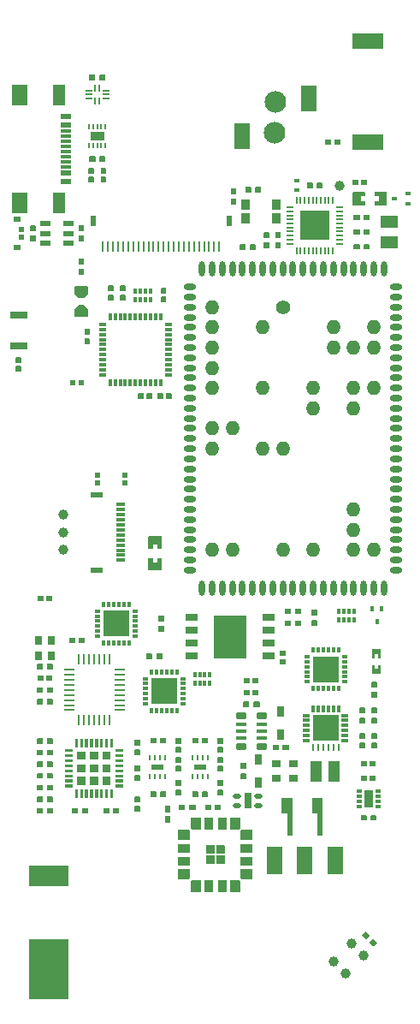
<source format=gtp>
G04 Layer: TopPasteMaskLayer*
G04 EasyEDA v6.5.21, 2022-10-22 15:56:40*
G04 9ab0f769691e454ba0e7696980ab9178,294cf934c43b457281b0b0dcd80bbfec,10*
G04 Gerber Generator version 0.2*
G04 Scale: 100 percent, Rotated: No, Reflected: No *
G04 Dimensions in millimeters *
G04 leading zeros omitted , absolute positions ,4 integer and 5 decimal *
%FSLAX45Y45*%
%MOMM*%

%AMMACRO1*21,1,$1,$2,0,0,$3*%
%AMMACRO2*4,1,5,0.61,0.475,0.61,-0.475,-0.46,-0.475,-0.61,-0.325,-0.61,0.475,0.61,0.475,0*%
%AMMACRO3*4,1,5,0.61,0.475,0.61,-0.475,-0.61,-0.475,-0.61,0.325,-0.46,0.475,0.61,0.475,0*%
%AMMACRO4*4,1,5,0.3,0.45,0.45,0.3,0.45,-0.45,-0.45,-0.45,-0.45,0.45,0.3,0.45,0*%
%AMMACRO5*4,1,5,-0.475,0.61,0.475,0.61,0.475,-0.46,0.325,-0.61,-0.475,-0.61,-0.475,0.61,0*%
%AMMACRO6*4,1,5,-0.475,0.61,0.475,0.61,0.475,-0.61,-0.3251,-0.61,-0.475,-0.46,-0.475,0.61,0*%
%AMMACRO7*4,1,5,0.475,-0.61,-0.475,-0.61,-0.475,0.46,-0.325,0.61,0.475,0.61,0.475,-0.61,0*%
%AMMACRO8*4,1,5,-0.61,-0.475,-0.61,0.475,0.46,0.475,0.61,0.325,0.61,-0.475,-0.61,-0.475,0*%
%AMMACRO9*4,1,5,0.475,-0.61,-0.475,-0.61,-0.475,0.61,0.325,0.61,0.475,0.46,0.475,-0.61,0*%
%AMMACRO10*4,1,5,-0.61,-0.475,-0.61,0.475,0.61,0.475,0.61,-0.325,0.46,-0.475,-0.61,-0.475,0*%
%AMMACRO11*4,1,8,-0.4,-0.35,-0.5,-0.25,-0.5,0.25,-0.4,0.35,0.4,0.35,0.5,0.25,0.5,-0.25,0.4,-0.35,-0.4,-0.35,0*%
%AMMACRO12*4,1,8,0.5,-0.1,0.4,-0.2,-0.4,-0.2,-0.5,-0.1,-0.5,0.1,-0.4,0.2,0.4,0.2,0.5,0.1,0.5,-0.1,0*%
%ADD10R,4.0000X2.0000*%
%ADD11R,4.0000X6.0000*%
%ADD12MACRO1,1.4986X3.0023X90.0000*%
%ADD13MACRO1,0.505X0.224X90.0000*%
%ADD14R,0.2240X0.5050*%
%ADD15MACRO1,0.9X1.4X90.0000*%
%ADD16C,1.0000*%
%ADD17R,3.0000X3.0000*%
%ADD18R,0.6350X0.1778*%
%ADD19R,0.1778X0.6350*%
%ADD20R,0.5500X0.4000*%
%ADD21R,1.8000X1.2000*%
%ADD22MACRO1,0.8X1X0.0000*%
%ADD23O,1.1999976X0.5999988*%
%ADD24O,0.5999988X1.499997*%
%ADD25O,1.3899896X1.3899896*%
%ADD26C,1.3900*%
%ADD27R,1.0720X0.5320*%
%ADD28R,0.9000X0.3000*%
%ADD29R,1.2000X0.6000*%
%ADD30MACRO1,0.505X0.3X-90.0000*%
%ADD31MACRO1,0.505X0.3X90.0000*%
%ADD32R,1.6600X0.8000*%
%ADD33R,2.5000X2.5000*%
%ADD34R,0.6000X0.3000*%
%ADD35R,0.3000X0.6000*%
%ADD36R,0.2500X1.0000*%
%ADD37R,0.6000X1.0000*%
%ADD38R,0.5100X0.4000*%
%ADD39R,0.4000X0.5100*%
%ADD40R,0.5500X0.5500*%
%ADD41R,0.9500X1.2200*%
%ADD42R,1.2200X0.9500*%
%ADD43MACRO2*%
%ADD44MACRO3*%
%ADD45MACRO4*%
%ADD46R,0.9000X0.9000*%
%ADD47MACRO5*%
%ADD48MACRO6*%
%ADD49MACRO7*%
%ADD50MACRO8*%
%ADD51MACRO9*%
%ADD52MACRO10*%
%ADD53R,1.2700X0.8000*%
%ADD54R,3.3000X4.2000*%
%ADD55R,0.5000X0.5000*%
%ADD56R,0.8000X0.5500*%
%ADD57R,1.0000X1.5000*%
%ADD58R,1.5240X2.7940*%
%ADD59R,0.5000X3.8000*%
%ADD60R,1.2000X2.0000*%
%ADD61R,1.5000X2.0000*%
%ADD62R,1.1000X0.6000*%
%ADD63R,1.1000X0.3000*%
%ADD64R,0.7500X1.0000*%
%ADD65MACRO11*%
%ADD66MACRO12*%
%ADD67R,0.8000X0.9000*%
%ADD68R,1.0000X0.2250*%
%ADD69R,0.2250X1.0000*%
%ADD70R,0.2800X0.5500*%
%ADD71O,0.8299958000000001X0.4899914*%
%ADD72MACRO1,0.7X1.6X0.0000*%
%ADD73R,0.7000X0.2000*%
%ADD74R,0.2000X0.7000*%
%ADD75R,0.8000X0.3000*%
%ADD76R,0.3000X0.8000*%
%ADD77R,0.9000X0.8000*%
%ADD78MACRO1,1.1011X2X0.0000*%
%ADD79MACRO1,0.665X0.28X-90.0000*%
%ADD80MACRO1,0.28X0.665X-90.0000*%
%ADD81R,0.2800X0.6650*%
%ADD82R,2.6000X2.6000*%
%ADD83MACRO1,0.505X0.28X0.0000*%
%ADD84MACRO1,0.9X1.65X0.0000*%
%ADD85R,1.6256X2.6416*%
%ADD86C,2.1336*%
%ADD87C,0.0143*%

%LPD*%
G36*
X-2204974Y5367477D02*
G01*
X-2211984Y5362498D01*
X-2211984Y5317490D01*
X-2204974Y5312511D01*
X-2156968Y5312511D01*
X-2151989Y5317490D01*
X-2151989Y5362498D01*
X-2156968Y5367477D01*
G37*
G36*
X-2302967Y5367477D02*
G01*
X-2307996Y5362498D01*
X-2307996Y5317490D01*
X-2302967Y5312511D01*
X-2255012Y5312511D01*
X-2248001Y5317490D01*
X-2248001Y5362498D01*
X-2255012Y5367477D01*
G37*
G36*
X127508Y5532475D02*
G01*
X120497Y5527497D01*
X120497Y5482488D01*
X127508Y5477510D01*
X175514Y5477510D01*
X180492Y5482488D01*
X180492Y5527497D01*
X175514Y5532475D01*
G37*
G36*
X29514Y5532475D02*
G01*
X24485Y5527497D01*
X24485Y5482488D01*
X29514Y5477510D01*
X77520Y5477510D01*
X84480Y5482488D01*
X84480Y5527497D01*
X77520Y5532475D01*
G37*
G36*
X-52476Y5102504D02*
G01*
X-59486Y5097475D01*
X-59486Y5052466D01*
X-52476Y5047488D01*
X-4521Y5047488D01*
X508Y5052466D01*
X508Y5097475D01*
X-4521Y5102504D01*
G37*
G36*
X-150520Y5102504D02*
G01*
X-155498Y5097475D01*
X-155498Y5052466D01*
X-150520Y5047488D01*
X-102514Y5047488D01*
X-95504Y5052466D01*
X-95504Y5097475D01*
X-102514Y5102504D01*
G37*
G36*
X-659993Y5062474D02*
G01*
X-667004Y5057495D01*
X-667004Y5012486D01*
X-659993Y5007508D01*
X-611987Y5007508D01*
X-607009Y5012486D01*
X-607009Y5057495D01*
X-611987Y5062474D01*
G37*
G36*
X-757986Y5062474D02*
G01*
X-763016Y5057495D01*
X-763016Y5012486D01*
X-757986Y5007508D01*
X-709980Y5007508D01*
X-703021Y5012486D01*
X-703021Y5057495D01*
X-709980Y5062474D01*
G37*
G36*
X313232Y4642510D02*
G01*
X308254Y4637481D01*
X308254Y4592472D01*
X313232Y4587494D01*
X361238Y4587494D01*
X368249Y4592472D01*
X368249Y4637481D01*
X361238Y4642510D01*
G37*
G36*
X411226Y4642510D02*
G01*
X404266Y4637481D01*
X404266Y4592472D01*
X411226Y4587494D01*
X459232Y4587494D01*
X464261Y4592472D01*
X464261Y4637481D01*
X459232Y4642510D01*
G37*
G36*
X-813003Y4494987D02*
G01*
X-817981Y4490008D01*
X-817981Y4445000D01*
X-813003Y4439970D01*
X-764997Y4439970D01*
X-757986Y4445000D01*
X-757986Y4490008D01*
X-764997Y4494987D01*
G37*
G36*
X-715010Y4494987D02*
G01*
X-722020Y4490008D01*
X-722020Y4445000D01*
X-715010Y4439970D01*
X-667004Y4439970D01*
X-661974Y4445000D01*
X-661974Y4490008D01*
X-667004Y4494987D01*
G37*
G36*
X-577494Y4612995D02*
G01*
X-582472Y4608017D01*
X-582472Y4560011D01*
X-577494Y4553000D01*
X-532485Y4553000D01*
X-527507Y4560011D01*
X-527507Y4608017D01*
X-532485Y4612995D01*
G37*
G36*
X-577494Y4516983D02*
G01*
X-582472Y4509973D01*
X-582472Y4462018D01*
X-577494Y4456988D01*
X-532485Y4456988D01*
X-527507Y4462018D01*
X-527507Y4509973D01*
X-532485Y4516983D01*
G37*
G36*
X-462483Y4612995D02*
G01*
X-467512Y4608017D01*
X-467512Y4560011D01*
X-462483Y4553000D01*
X-417474Y4553000D01*
X-412496Y4560011D01*
X-412496Y4608017D01*
X-417474Y4612995D01*
G37*
G36*
X-462483Y4516983D02*
G01*
X-467512Y4509973D01*
X-467512Y4462018D01*
X-462483Y4456988D01*
X-417474Y4456988D01*
X-412496Y4462018D01*
X-412496Y4509973D01*
X-417474Y4516983D01*
G37*
G36*
X-902512Y4949494D02*
G01*
X-907491Y4942484D01*
X-907491Y4894478D01*
X-902512Y4889500D01*
X-857503Y4889500D01*
X-852474Y4894478D01*
X-852474Y4942484D01*
X-857503Y4949494D01*
G37*
G36*
X-902512Y5045506D02*
G01*
X-907491Y5040477D01*
X-907491Y4992471D01*
X-902512Y4985512D01*
X-857503Y4985512D01*
X-852474Y4992471D01*
X-852474Y5040477D01*
X-857503Y5045506D01*
G37*
G36*
X313232Y4497476D02*
G01*
X308254Y4492498D01*
X308254Y4447489D01*
X313232Y4442510D01*
X361238Y4442510D01*
X368249Y4447489D01*
X368249Y4492498D01*
X361238Y4497476D01*
G37*
G36*
X411226Y4497476D02*
G01*
X404266Y4492498D01*
X404266Y4447489D01*
X411226Y4442510D01*
X459232Y4442510D01*
X464261Y4447489D01*
X464261Y4492498D01*
X459232Y4497476D01*
G37*
G36*
X313232Y4787493D02*
G01*
X308254Y4782515D01*
X308254Y4737506D01*
X313232Y4732477D01*
X361238Y4732477D01*
X368249Y4737506D01*
X368249Y4782515D01*
X361238Y4787493D01*
G37*
G36*
X411226Y4787493D02*
G01*
X404266Y4782515D01*
X404266Y4737506D01*
X411226Y4732477D01*
X459232Y4732477D01*
X464261Y4737506D01*
X464261Y4782515D01*
X459232Y4787493D01*
G37*
G36*
X-2192985Y5249062D02*
G01*
X-2196998Y5245049D01*
X-2196998Y5195011D01*
X-2192985Y5190998D01*
X-2147011Y5190998D01*
X-2142998Y5195011D01*
X-2142998Y5245049D01*
X-2147011Y5249062D01*
G37*
G36*
X-2192985Y5163972D02*
G01*
X-2196998Y5160010D01*
X-2196998Y5109921D01*
X-2192985Y5105908D01*
X-2147011Y5105908D01*
X-2142998Y5109921D01*
X-2142998Y5160010D01*
X-2147011Y5163972D01*
G37*
G36*
X-2312974Y5249062D02*
G01*
X-2316988Y5245049D01*
X-2316988Y5195011D01*
X-2312974Y5190998D01*
X-2267000Y5190998D01*
X-2262987Y5195011D01*
X-2262987Y5245049D01*
X-2267000Y5249062D01*
G37*
G36*
X-2312974Y5163972D02*
G01*
X-2316988Y5160010D01*
X-2316988Y5109921D01*
X-2312974Y5105908D01*
X-2267000Y5105908D01*
X-2262987Y5109921D01*
X-2262987Y5160010D01*
X-2267000Y5163972D01*
G37*
G36*
X-2410002Y4254500D02*
G01*
X-2414981Y4247489D01*
X-2414981Y4199483D01*
X-2410002Y4194505D01*
X-2364994Y4194505D01*
X-2360015Y4199483D01*
X-2360015Y4247489D01*
X-2364994Y4254500D01*
G37*
G36*
X-2410002Y4350512D02*
G01*
X-2414981Y4345482D01*
X-2414981Y4297476D01*
X-2410002Y4290466D01*
X-2364994Y4290466D01*
X-2360015Y4297476D01*
X-2360015Y4345482D01*
X-2364994Y4350512D01*
G37*
G36*
X-2410002Y4584496D02*
G01*
X-2414981Y4577486D01*
X-2414981Y4529480D01*
X-2410002Y4524502D01*
X-2364994Y4524502D01*
X-2360015Y4529480D01*
X-2360015Y4577486D01*
X-2364994Y4584496D01*
G37*
G36*
X-2410002Y4680508D02*
G01*
X-2414981Y4675479D01*
X-2414981Y4627473D01*
X-2410002Y4620514D01*
X-2364994Y4620514D01*
X-2360015Y4627473D01*
X-2360015Y4675479D01*
X-2364994Y4680508D01*
G37*
G36*
X-2887472Y4680508D02*
G01*
X-2892501Y4675479D01*
X-2892501Y4627473D01*
X-2887472Y4620514D01*
X-2842514Y4620514D01*
X-2837484Y4627473D01*
X-2837484Y4675479D01*
X-2842514Y4680508D01*
G37*
G36*
X-2887472Y4584496D02*
G01*
X-2892501Y4577486D01*
X-2892501Y4529480D01*
X-2887472Y4524502D01*
X-2842514Y4524502D01*
X-2837484Y4529480D01*
X-2837484Y4577486D01*
X-2842514Y4584496D01*
G37*
G36*
X-1680006Y1392986D02*
G01*
X-1721002Y1392478D01*
X-1725980Y1387500D01*
X-1725980Y1272489D01*
X-1721002Y1267510D01*
X-1592986Y1267510D01*
X-1588008Y1272489D01*
X-1588008Y1387500D01*
X-1592986Y1392478D01*
X-1634998Y1391970D01*
X-1634998Y1347978D01*
X-1680006Y1347978D01*
G37*
G36*
X-1721002Y1607515D02*
G01*
X-1725980Y1602486D01*
X-1725980Y1487525D01*
X-1721002Y1482496D01*
X-1680006Y1483004D01*
X-1680006Y1526997D01*
X-1634998Y1526997D01*
X-1634998Y1482496D01*
X-1592986Y1482496D01*
X-1588008Y1487525D01*
X-1588008Y1602486D01*
X-1592986Y1607515D01*
G37*
G36*
X-1620012Y825500D02*
G01*
X-1624990Y820521D01*
X-1624990Y767486D01*
X-1620012Y762508D01*
X-1575003Y762508D01*
X-1569974Y767486D01*
X-1569974Y820521D01*
X-1575003Y825500D01*
G37*
G36*
X-1620012Y722477D02*
G01*
X-1624990Y717499D01*
X-1624990Y664514D01*
X-1620012Y659485D01*
X-1575003Y659485D01*
X-1569974Y664514D01*
X-1569974Y717499D01*
X-1575003Y722477D01*
G37*
G36*
X384911Y-615492D02*
G01*
X380898Y-619506D01*
X380898Y-665480D01*
X384911Y-669493D01*
X435000Y-669493D01*
X438962Y-665480D01*
X438962Y-619506D01*
X435000Y-615492D01*
G37*
G36*
X470001Y-615492D02*
G01*
X465988Y-619506D01*
X465988Y-665480D01*
X470001Y-669493D01*
X520039Y-669493D01*
X524052Y-665480D01*
X524052Y-619506D01*
X520039Y-615492D01*
G37*
G36*
X470001Y-760526D02*
G01*
X465988Y-764489D01*
X465988Y-810514D01*
X470001Y-814527D01*
X520039Y-814527D01*
X524052Y-810514D01*
X524052Y-764489D01*
X520039Y-760526D01*
G37*
G36*
X384911Y-760526D02*
G01*
X380898Y-764489D01*
X380898Y-810514D01*
X384911Y-814527D01*
X435000Y-814527D01*
X438962Y-810514D01*
X438962Y-764489D01*
X435000Y-760526D01*
G37*
G36*
X-804976Y-735025D02*
G01*
X-810006Y-740003D01*
X-810006Y-792988D01*
X-804976Y-798017D01*
X-760018Y-798017D01*
X-754989Y-792988D01*
X-754989Y-740003D01*
X-760018Y-735025D01*
G37*
G36*
X-804976Y-632002D02*
G01*
X-810006Y-636981D01*
X-810006Y-690016D01*
X-804976Y-694994D01*
X-760018Y-694994D01*
X-754989Y-690016D01*
X-754989Y-636981D01*
X-760018Y-632002D01*
G37*
G36*
X-782980Y-24993D02*
G01*
X-788009Y-30022D01*
X-788009Y-74980D01*
X-782980Y-80010D01*
X-729996Y-80010D01*
X-725017Y-74980D01*
X-725017Y-30022D01*
X-729996Y-24993D01*
G37*
G36*
X-680008Y-24993D02*
G01*
X-684987Y-30022D01*
X-684987Y-74980D01*
X-680008Y-80010D01*
X-627024Y-80010D01*
X-621995Y-74980D01*
X-621995Y-30022D01*
X-627024Y-24993D01*
G37*
G36*
X492506Y491998D02*
G01*
X487476Y487019D01*
X487476Y407009D01*
X492506Y401980D01*
X515315Y401980D01*
X515315Y439013D01*
X548284Y439013D01*
X548284Y401980D01*
X572516Y401980D01*
X577494Y407009D01*
X577494Y487019D01*
X572516Y491998D01*
G37*
G36*
X492506Y331978D02*
G01*
X487476Y326999D01*
X487476Y248005D01*
X492506Y242976D01*
X572516Y242976D01*
X577494Y248005D01*
X577494Y326999D01*
X572516Y331978D01*
X548284Y331978D01*
X548284Y293979D01*
X515315Y293979D01*
X515315Y331978D01*
G37*
G36*
X490016Y71983D02*
G01*
X484987Y65024D01*
X484987Y17018D01*
X490016Y11988D01*
X534974Y11988D01*
X540004Y17018D01*
X540004Y65024D01*
X534974Y71983D01*
G37*
G36*
X490016Y167995D02*
G01*
X484987Y163017D01*
X484987Y115011D01*
X490016Y108000D01*
X534974Y108000D01*
X540004Y115011D01*
X540004Y163017D01*
X534974Y167995D01*
G37*
G36*
X-2815082Y229514D02*
G01*
X-2819044Y225501D01*
X-2819044Y179476D01*
X-2815082Y175514D01*
X-2764993Y175514D01*
X-2760980Y179476D01*
X-2760980Y225501D01*
X-2764993Y229514D01*
G37*
G36*
X-2729992Y229514D02*
G01*
X-2734005Y225501D01*
X-2734005Y179476D01*
X-2729992Y175514D01*
X-2679954Y175514D01*
X-2675940Y179476D01*
X-2675940Y225501D01*
X-2679954Y229514D01*
G37*
G36*
X-2820517Y115011D02*
G01*
X-2825496Y109982D01*
X-2825496Y65024D01*
X-2820517Y59994D01*
X-2772511Y59994D01*
X-2765501Y65024D01*
X-2765501Y109982D01*
X-2772511Y115011D01*
G37*
G36*
X-2722473Y115011D02*
G01*
X-2729484Y109982D01*
X-2729484Y65024D01*
X-2722473Y59994D01*
X-2674518Y59994D01*
X-2669489Y65024D01*
X-2669489Y109982D01*
X-2674518Y115011D01*
G37*
G36*
X-1639976Y447497D02*
G01*
X-1645005Y442518D01*
X-1645005Y397510D01*
X-1639976Y392480D01*
X-1586992Y392480D01*
X-1582013Y397510D01*
X-1582013Y442518D01*
X-1586992Y447497D01*
G37*
G36*
X-1742998Y447497D02*
G01*
X-1747977Y442518D01*
X-1747977Y397510D01*
X-1742998Y392480D01*
X-1690014Y392480D01*
X-1684985Y397510D01*
X-1684985Y442518D01*
X-1690014Y447497D01*
G37*
G36*
X-2503017Y604977D02*
G01*
X-2507996Y599998D01*
X-2507996Y554990D01*
X-2503017Y550011D01*
X-2455011Y550011D01*
X-2448001Y554990D01*
X-2448001Y599998D01*
X-2455011Y604977D01*
G37*
G36*
X-2404973Y604977D02*
G01*
X-2411984Y599998D01*
X-2411984Y554990D01*
X-2404973Y550011D01*
X-2357018Y550011D01*
X-2351989Y554990D01*
X-2351989Y599998D01*
X-2357018Y604977D01*
G37*
G36*
X-2820517Y0D02*
G01*
X-2825496Y-4978D01*
X-2825496Y-49987D01*
X-2820517Y-55016D01*
X-2772511Y-55016D01*
X-2765501Y-49987D01*
X-2765501Y-4978D01*
X-2772511Y0D01*
G37*
G36*
X-2722473Y0D02*
G01*
X-2729484Y-4978D01*
X-2729484Y-49987D01*
X-2722473Y-55016D01*
X-2674518Y-55016D01*
X-2669489Y-49987D01*
X-2669489Y-4978D01*
X-2674518Y0D01*
G37*
G36*
X-2820517Y344982D02*
G01*
X-2825496Y340004D01*
X-2825496Y294995D01*
X-2820517Y290017D01*
X-2772511Y290017D01*
X-2765501Y294995D01*
X-2765501Y340004D01*
X-2772511Y344982D01*
G37*
G36*
X-2722473Y344982D02*
G01*
X-2729484Y340004D01*
X-2729484Y294995D01*
X-2722473Y290017D01*
X-2674518Y290017D01*
X-2669489Y294995D01*
X-2669489Y340004D01*
X-2674518Y344982D01*
G37*
G36*
X-2820517Y-505002D02*
G01*
X-2825496Y-509981D01*
X-2825496Y-554990D01*
X-2820517Y-560019D01*
X-2772511Y-560019D01*
X-2765501Y-554990D01*
X-2765501Y-509981D01*
X-2772511Y-505002D01*
G37*
G36*
X-2722473Y-505002D02*
G01*
X-2729484Y-509981D01*
X-2729484Y-554990D01*
X-2722473Y-560019D01*
X-2674518Y-560019D01*
X-2669489Y-554990D01*
X-2669489Y-509981D01*
X-2674518Y-505002D01*
G37*
G36*
X-2820517Y-389991D02*
G01*
X-2825496Y-395020D01*
X-2825496Y-439978D01*
X-2820517Y-445008D01*
X-2772511Y-445008D01*
X-2765501Y-439978D01*
X-2765501Y-395020D01*
X-2772511Y-389991D01*
G37*
G36*
X-2722473Y-389991D02*
G01*
X-2729484Y-395020D01*
X-2729484Y-439978D01*
X-2722473Y-445008D01*
X-2674518Y-445008D01*
X-2669489Y-439978D01*
X-2669489Y-395020D01*
X-2674518Y-389991D01*
G37*
G36*
X-1697989Y-915009D02*
G01*
X-1703019Y-919987D01*
X-1703019Y-964996D01*
X-1697989Y-969975D01*
X-1649984Y-969975D01*
X-1642973Y-964996D01*
X-1642973Y-919987D01*
X-1649984Y-915009D01*
G37*
G36*
X-1599996Y-915009D02*
G01*
X-1607007Y-919987D01*
X-1607007Y-964996D01*
X-1599996Y-969975D01*
X-1551990Y-969975D01*
X-1547012Y-964996D01*
X-1547012Y-919987D01*
X-1551990Y-915009D01*
G37*
G36*
X-1449984Y-799490D02*
G01*
X-1455013Y-804468D01*
X-1455013Y-852474D01*
X-1449984Y-859485D01*
X-1404975Y-859485D01*
X-1399997Y-852474D01*
X-1399997Y-804468D01*
X-1404975Y-799490D01*
G37*
G36*
X-1449984Y-895502D02*
G01*
X-1455013Y-902512D01*
X-1455013Y-950518D01*
X-1449984Y-955497D01*
X-1404975Y-955497D01*
X-1399997Y-950518D01*
X-1399997Y-902512D01*
X-1404975Y-895502D01*
G37*
G36*
X-1697989Y-387502D02*
G01*
X-1703019Y-392480D01*
X-1703019Y-437489D01*
X-1697989Y-442518D01*
X-1649984Y-442518D01*
X-1642973Y-437489D01*
X-1642973Y-392480D01*
X-1649984Y-387502D01*
G37*
G36*
X-1599996Y-387502D02*
G01*
X-1607007Y-392480D01*
X-1607007Y-437489D01*
X-1599996Y-442518D01*
X-1551990Y-442518D01*
X-1547012Y-437489D01*
X-1547012Y-392480D01*
X-1551990Y-387502D01*
G37*
G36*
X-1285494Y-387502D02*
G01*
X-1290523Y-392480D01*
X-1290523Y-437489D01*
X-1285494Y-442518D01*
X-1237488Y-442518D01*
X-1230477Y-437489D01*
X-1230477Y-392480D01*
X-1237488Y-387502D01*
G37*
G36*
X-1187500Y-387502D02*
G01*
X-1194511Y-392480D01*
X-1194511Y-437489D01*
X-1187500Y-442518D01*
X-1139494Y-442518D01*
X-1134516Y-437489D01*
X-1134516Y-392480D01*
X-1139494Y-387502D01*
G37*
G36*
X-1034999Y-799490D02*
G01*
X-1039977Y-804468D01*
X-1039977Y-852474D01*
X-1034999Y-859485D01*
X-989990Y-859485D01*
X-985012Y-852474D01*
X-985012Y-804468D01*
X-989990Y-799490D01*
G37*
G36*
X-1034999Y-895502D02*
G01*
X-1039977Y-902512D01*
X-1039977Y-950518D01*
X-1034999Y-955497D01*
X-989990Y-955497D01*
X-985012Y-950518D01*
X-985012Y-902512D01*
X-989990Y-895502D01*
G37*
G36*
X-1187500Y-915009D02*
G01*
X-1194511Y-919987D01*
X-1194511Y-964996D01*
X-1187500Y-969975D01*
X-1139494Y-969975D01*
X-1134516Y-964996D01*
X-1134516Y-919987D01*
X-1139494Y-915009D01*
G37*
G36*
X-1285494Y-915009D02*
G01*
X-1290472Y-919987D01*
X-1290472Y-964996D01*
X-1285494Y-969975D01*
X-1237488Y-969975D01*
X-1230477Y-964996D01*
X-1230477Y-919987D01*
X-1237488Y-915009D01*
G37*
G36*
X-1450492Y-473506D02*
G01*
X-1454505Y-477520D01*
X-1454505Y-527558D01*
X-1450492Y-531571D01*
X-1404518Y-531571D01*
X-1400505Y-527558D01*
X-1400505Y-477520D01*
X-1404518Y-473506D01*
G37*
G36*
X-1450492Y-388416D02*
G01*
X-1454505Y-392430D01*
X-1454505Y-442518D01*
X-1450492Y-446481D01*
X-1404518Y-446481D01*
X-1400505Y-442518D01*
X-1400505Y-392430D01*
X-1404518Y-388416D01*
G37*
G36*
X-1450492Y-575919D02*
G01*
X-1454505Y-579932D01*
X-1454505Y-629970D01*
X-1450492Y-633984D01*
X-1404518Y-633984D01*
X-1400505Y-629970D01*
X-1400505Y-579932D01*
X-1404518Y-575919D01*
G37*
G36*
X-1450492Y-661009D02*
G01*
X-1454505Y-664972D01*
X-1454505Y-715060D01*
X-1450492Y-719074D01*
X-1404518Y-719074D01*
X-1400505Y-715060D01*
X-1400505Y-664972D01*
X-1404518Y-661009D01*
G37*
G36*
X-1035507Y-473506D02*
G01*
X-1039520Y-477520D01*
X-1039520Y-527558D01*
X-1035507Y-531571D01*
X-989482Y-531571D01*
X-985519Y-527558D01*
X-985519Y-477520D01*
X-989482Y-473506D01*
G37*
G36*
X-1035507Y-388416D02*
G01*
X-1039520Y-392430D01*
X-1039520Y-442518D01*
X-1035507Y-446481D01*
X-989482Y-446481D01*
X-985519Y-442518D01*
X-985519Y-392430D01*
X-989482Y-388416D01*
G37*
G36*
X-1035507Y-575919D02*
G01*
X-1039520Y-579932D01*
X-1039520Y-629970D01*
X-1035507Y-633984D01*
X-989482Y-633984D01*
X-985519Y-629970D01*
X-985519Y-579932D01*
X-989482Y-575919D01*
G37*
G36*
X-1035507Y-661009D02*
G01*
X-1039520Y-664972D01*
X-1039520Y-715060D01*
X-1035507Y-719074D01*
X-989482Y-719074D01*
X-985519Y-715060D01*
X-985519Y-664972D01*
X-989482Y-661009D01*
G37*
G36*
X-772566Y89509D02*
G01*
X-776579Y85496D01*
X-776579Y39522D01*
X-772566Y35509D01*
X-722477Y35509D01*
X-718515Y39522D01*
X-718515Y85496D01*
X-722477Y89509D01*
G37*
G36*
X-687476Y89509D02*
G01*
X-691489Y85496D01*
X-691489Y39522D01*
X-687476Y35509D01*
X-637438Y35509D01*
X-633425Y39522D01*
X-633425Y85496D01*
X-637438Y89509D01*
G37*
G36*
X-772566Y204520D02*
G01*
X-776579Y200507D01*
X-776579Y154482D01*
X-772566Y150520D01*
X-722477Y150520D01*
X-718515Y154482D01*
X-718515Y200507D01*
X-722477Y204520D01*
G37*
G36*
X-687476Y204520D02*
G01*
X-691489Y200507D01*
X-691489Y154482D01*
X-687476Y150520D01*
X-637438Y150520D01*
X-633425Y154482D01*
X-633425Y200507D01*
X-637438Y204520D01*
G37*
G36*
X-105003Y779983D02*
G01*
X-109982Y775004D01*
X-109982Y721969D01*
X-105003Y716991D01*
X-59994Y716991D01*
X-55016Y721969D01*
X-55016Y775004D01*
X-59994Y779983D01*
G37*
G36*
X-105003Y883005D02*
G01*
X-109982Y877976D01*
X-109982Y824992D01*
X-105003Y820013D01*
X-59994Y820013D01*
X-55016Y824992D01*
X-55016Y877976D01*
X-59994Y883005D01*
G37*
G36*
X302514Y5013502D02*
G01*
X297484Y5008473D01*
X297484Y4880508D01*
X302514Y4875479D01*
X417525Y4875479D01*
X422503Y4880508D01*
X421995Y4922469D01*
X378002Y4922469D01*
X378002Y4967478D01*
X423011Y4967478D01*
X422503Y5008473D01*
X417525Y5013502D01*
G37*
G36*
X517499Y5013502D02*
G01*
X512521Y5008473D01*
X512978Y4967478D01*
X557022Y4967478D01*
X557022Y4922469D01*
X512521Y4922469D01*
X512521Y4880508D01*
X517499Y4875479D01*
X632510Y4875479D01*
X637489Y4880508D01*
X637489Y5008473D01*
X632510Y5013502D01*
G37*
G36*
X-485495Y-452475D02*
G01*
X-490524Y-457504D01*
X-490524Y-502513D01*
X-485495Y-507492D01*
X-437540Y-507492D01*
X-430530Y-502513D01*
X-430530Y-457504D01*
X-437540Y-452475D01*
G37*
G36*
X-387502Y-452475D02*
G01*
X-394512Y-457504D01*
X-394512Y-502513D01*
X-387502Y-507492D01*
X-339496Y-507492D01*
X-334518Y-502513D01*
X-334518Y-457504D01*
X-339496Y-452475D01*
G37*
G36*
X-2815082Y1017016D02*
G01*
X-2819044Y1013002D01*
X-2819044Y966978D01*
X-2815082Y963015D01*
X-2764993Y963015D01*
X-2760980Y966978D01*
X-2760980Y1013002D01*
X-2764993Y1017016D01*
G37*
G36*
X-2729992Y1017016D02*
G01*
X-2734005Y1013002D01*
X-2734005Y966978D01*
X-2729992Y963015D01*
X-2679954Y963015D01*
X-2675940Y966978D01*
X-2675940Y1013002D01*
X-2679954Y1017016D01*
G37*
G36*
X-3033014Y3379063D02*
G01*
X-3036976Y3375050D01*
X-3036976Y3325012D01*
X-3033014Y3320999D01*
X-2986989Y3320999D01*
X-2982976Y3325012D01*
X-2982976Y3375050D01*
X-2986989Y3379063D01*
G37*
G36*
X-3033014Y3293973D02*
G01*
X-3036976Y3290011D01*
X-3036976Y3239922D01*
X-3033014Y3235909D01*
X-2986989Y3235909D01*
X-2982976Y3239922D01*
X-2982976Y3290011D01*
X-2986989Y3293973D01*
G37*
G36*
X-2497582Y3154476D02*
G01*
X-2501544Y3150514D01*
X-2501544Y3104489D01*
X-2497582Y3100476D01*
X-2447493Y3100476D01*
X-2443480Y3104489D01*
X-2443480Y3150514D01*
X-2447493Y3154476D01*
G37*
G36*
X-2412492Y3154476D02*
G01*
X-2416505Y3150514D01*
X-2416505Y3104489D01*
X-2412492Y3100476D01*
X-2362454Y3100476D01*
X-2358440Y3104489D01*
X-2358440Y3150514D01*
X-2362454Y3154476D01*
G37*
G36*
X-1595475Y4061561D02*
G01*
X-1599488Y4057548D01*
X-1599488Y4007510D01*
X-1595475Y4003497D01*
X-1549501Y4003497D01*
X-1545488Y4007510D01*
X-1545488Y4057548D01*
X-1549501Y4061561D01*
G37*
G36*
X-1595475Y3976471D02*
G01*
X-1599488Y3972509D01*
X-1599488Y3922420D01*
X-1595475Y3918407D01*
X-1549501Y3918407D01*
X-1545488Y3922420D01*
X-1545488Y3972509D01*
X-1549501Y3976471D01*
G37*
G36*
X-2820517Y-620014D02*
G01*
X-2825496Y-624992D01*
X-2825496Y-670001D01*
X-2820517Y-674979D01*
X-2772511Y-674979D01*
X-2765501Y-670001D01*
X-2765501Y-624992D01*
X-2772511Y-620014D01*
G37*
G36*
X-2722473Y-620014D02*
G01*
X-2729484Y-624992D01*
X-2729484Y-670001D01*
X-2722473Y-674979D01*
X-2674518Y-674979D01*
X-2669489Y-670001D01*
X-2669489Y-624992D01*
X-2674518Y-620014D01*
G37*
G36*
X-2820517Y-964996D02*
G01*
X-2825496Y-969975D01*
X-2825496Y-1014984D01*
X-2820517Y-1020013D01*
X-2772511Y-1020013D01*
X-2765501Y-1014984D01*
X-2765501Y-969975D01*
X-2772511Y-964996D01*
G37*
G36*
X-2722473Y-964996D02*
G01*
X-2729484Y-969975D01*
X-2729484Y-1014984D01*
X-2722473Y-1020013D01*
X-2674518Y-1020013D01*
X-2669489Y-1014984D01*
X-2669489Y-969975D01*
X-2674518Y-964996D01*
G37*
G36*
X-2820517Y-734974D02*
G01*
X-2825496Y-740003D01*
X-2825496Y-785012D01*
X-2820517Y-789990D01*
X-2772511Y-789990D01*
X-2765501Y-785012D01*
X-2765501Y-740003D01*
X-2772511Y-734974D01*
G37*
G36*
X-2722473Y-734974D02*
G01*
X-2729484Y-740003D01*
X-2729484Y-785012D01*
X-2722473Y-789990D01*
X-2674518Y-789990D01*
X-2669489Y-785012D01*
X-2669489Y-740003D01*
X-2674518Y-734974D01*
G37*
G36*
X-1855012Y-753008D02*
G01*
X-1859991Y-760018D01*
X-1859991Y-808024D01*
X-1855012Y-813003D01*
X-1810004Y-813003D01*
X-1804974Y-808024D01*
X-1804974Y-760018D01*
X-1810004Y-753008D01*
G37*
G36*
X-1855012Y-656996D02*
G01*
X-1859991Y-662025D01*
X-1859991Y-709980D01*
X-1855012Y-716991D01*
X-1810004Y-716991D01*
X-1804974Y-709980D01*
X-1804974Y-662025D01*
X-1810004Y-656996D01*
G37*
G36*
X-2820517Y-849985D02*
G01*
X-2825496Y-855014D01*
X-2825496Y-900023D01*
X-2820517Y-905002D01*
X-2772511Y-905002D01*
X-2765501Y-900023D01*
X-2765501Y-855014D01*
X-2772511Y-849985D01*
G37*
G36*
X-2722473Y-849985D02*
G01*
X-2729484Y-855014D01*
X-2729484Y-900023D01*
X-2722473Y-905002D01*
X-2674518Y-905002D01*
X-2669489Y-900023D01*
X-2669489Y-855014D01*
X-2674518Y-849985D01*
G37*
G36*
X-1855012Y-404469D02*
G01*
X-1859991Y-409498D01*
X-1859991Y-457504D01*
X-1855012Y-464515D01*
X-1810004Y-464515D01*
X-1804974Y-457504D01*
X-1804974Y-409498D01*
X-1810004Y-404469D01*
G37*
G36*
X-1855012Y-500481D02*
G01*
X-1859991Y-507492D01*
X-1859991Y-555498D01*
X-1855012Y-560476D01*
X-1810004Y-560476D01*
X-1804974Y-555498D01*
X-1804974Y-507492D01*
X-1810004Y-500481D01*
G37*
G36*
X-2551226Y-848512D02*
G01*
X-2551226Y-876503D01*
X-2471216Y-876503D01*
X-2471216Y-848512D01*
G37*
G36*
X-2551226Y-798474D02*
G01*
X-2551226Y-826465D01*
X-2471216Y-826465D01*
X-2471216Y-798474D01*
G37*
G36*
X-2551226Y-748487D02*
G01*
X-2551226Y-776478D01*
X-2471216Y-776478D01*
X-2471216Y-748487D01*
G37*
G36*
X-2551226Y-698500D02*
G01*
X-2551226Y-726490D01*
X-2471216Y-726490D01*
X-2471216Y-698500D01*
G37*
G36*
X-2551226Y-648512D02*
G01*
X-2551226Y-676503D01*
X-2471216Y-676503D01*
X-2471216Y-648512D01*
G37*
G36*
X-2551226Y-598474D02*
G01*
X-2551226Y-626465D01*
X-2471216Y-626465D01*
X-2471216Y-598474D01*
G37*
G36*
X-2551226Y-548487D02*
G01*
X-2551226Y-576478D01*
X-2471216Y-576478D01*
X-2471216Y-548487D01*
G37*
G36*
X-2551226Y-498500D02*
G01*
X-2551226Y-526491D01*
X-2471216Y-526491D01*
X-2471216Y-498500D01*
G37*
G36*
X-2450084Y-397510D02*
G01*
X-2450084Y-477520D01*
X-2422093Y-477520D01*
X-2422093Y-397510D01*
G37*
G36*
X-2400096Y-397510D02*
G01*
X-2400096Y-477520D01*
X-2372055Y-477520D01*
X-2372055Y-397510D01*
G37*
G36*
X-2350109Y-397510D02*
G01*
X-2350109Y-477520D01*
X-2322068Y-477520D01*
X-2322068Y-397510D01*
G37*
G36*
X-2300071Y-397510D02*
G01*
X-2300071Y-477520D01*
X-2272080Y-477520D01*
X-2272080Y-397510D01*
G37*
G36*
X-2250084Y-397510D02*
G01*
X-2250084Y-477520D01*
X-2222093Y-477520D01*
X-2222093Y-397510D01*
G37*
G36*
X-2200097Y-397510D02*
G01*
X-2200097Y-477520D01*
X-2172055Y-477520D01*
X-2172055Y-397510D01*
G37*
G36*
X-2150110Y-397510D02*
G01*
X-2150110Y-477520D01*
X-2122068Y-477520D01*
X-2122068Y-397510D01*
G37*
G36*
X-2100072Y-397510D02*
G01*
X-2100072Y-477520D01*
X-2072081Y-477520D01*
X-2072081Y-397510D01*
G37*
G36*
X-2051253Y-498297D02*
G01*
X-2051253Y-526288D01*
X-1971243Y-526288D01*
X-1971243Y-498297D01*
G37*
G36*
X-2051253Y-548284D02*
G01*
X-2051253Y-576275D01*
X-1971243Y-576275D01*
X-1971243Y-548284D01*
G37*
G36*
X-2051253Y-598271D02*
G01*
X-2051253Y-626262D01*
X-1971243Y-626262D01*
X-1971243Y-598271D01*
G37*
G36*
X-2051253Y-648309D02*
G01*
X-2051253Y-676300D01*
X-1971243Y-676300D01*
X-1971243Y-648309D01*
G37*
G36*
X-2051253Y-698296D02*
G01*
X-2051253Y-726287D01*
X-1971243Y-726287D01*
X-1971243Y-698296D01*
G37*
G36*
X-2051253Y-748284D02*
G01*
X-2051253Y-776274D01*
X-1971243Y-776274D01*
X-1971243Y-748284D01*
G37*
G36*
X-2051253Y-798271D02*
G01*
X-2051253Y-826262D01*
X-1971243Y-826262D01*
X-1971243Y-798271D01*
G37*
G36*
X-2051253Y-848309D02*
G01*
X-2051253Y-876300D01*
X-1971243Y-876300D01*
X-1971243Y-848309D01*
G37*
G36*
X-2100376Y-897483D02*
G01*
X-2100376Y-977493D01*
X-2072386Y-977493D01*
X-2072386Y-897483D01*
G37*
G36*
X-2150364Y-897483D02*
G01*
X-2150364Y-977493D01*
X-2122373Y-977493D01*
X-2122373Y-897483D01*
G37*
G36*
X-2200402Y-897483D02*
G01*
X-2200402Y-977493D01*
X-2172360Y-977493D01*
X-2172360Y-897483D01*
G37*
G36*
X-2250389Y-897483D02*
G01*
X-2250389Y-977493D01*
X-2222347Y-977493D01*
X-2222347Y-897483D01*
G37*
G36*
X-2300376Y-897483D02*
G01*
X-2300376Y-977493D01*
X-2272385Y-977493D01*
X-2272385Y-897483D01*
G37*
G36*
X-2350363Y-897483D02*
G01*
X-2350363Y-977493D01*
X-2322372Y-977493D01*
X-2322372Y-897483D01*
G37*
G36*
X-2400401Y-897483D02*
G01*
X-2400401Y-977493D01*
X-2372360Y-977493D01*
X-2372360Y-897483D01*
G37*
G36*
X-2450236Y-897483D02*
G01*
X-2450236Y-977493D01*
X-2422245Y-977493D01*
X-2422245Y-897483D01*
G37*
G36*
X-2301240Y-647496D02*
G01*
X-2301240Y-727506D01*
X-2221230Y-727506D01*
X-2221230Y-647496D01*
G37*
G36*
X-2176221Y-647496D02*
G01*
X-2176221Y-727506D01*
X-2096211Y-727506D01*
X-2096211Y-647496D01*
G37*
G36*
X-2301240Y-772515D02*
G01*
X-2301240Y-852474D01*
X-2221230Y-852474D01*
X-2221230Y-772515D01*
G37*
G36*
X-2426258Y-647496D02*
G01*
X-2426258Y-727506D01*
X-2346248Y-727506D01*
X-2346248Y-647496D01*
G37*
G36*
X-2301240Y-522478D02*
G01*
X-2301240Y-602488D01*
X-2221230Y-602488D01*
X-2221230Y-522478D01*
G37*
G36*
X-2176221Y-522478D02*
G01*
X-2176221Y-602488D01*
X-2096211Y-602488D01*
X-2096211Y-522478D01*
G37*
G36*
X-2176221Y-772464D02*
G01*
X-2176221Y-852474D01*
X-2096262Y-852474D01*
X-2096262Y-772464D01*
G37*
G36*
X-2426258Y-772464D02*
G01*
X-2426258Y-852474D01*
X-2346198Y-852474D01*
X-2346198Y-772464D01*
G37*
G36*
X-2426258Y-522478D02*
G01*
X-2426258Y-602488D01*
X-2346248Y-602488D01*
X-2346248Y-522478D01*
G37*
G36*
X489966Y-182981D02*
G01*
X484987Y-189992D01*
X484987Y-237998D01*
X489966Y-243027D01*
X534974Y-243027D01*
X540004Y-237998D01*
X540004Y-189992D01*
X534974Y-182981D01*
G37*
G36*
X489966Y-87020D02*
G01*
X484987Y-91998D01*
X484987Y-140004D01*
X489966Y-147015D01*
X534974Y-147015D01*
X540004Y-140004D01*
X540004Y-91998D01*
X534974Y-87020D01*
G37*
G36*
X489966Y-337007D02*
G01*
X484987Y-341985D01*
X484987Y-389991D01*
X489966Y-397002D01*
X534974Y-397002D01*
X540004Y-389991D01*
X540004Y-341985D01*
X534974Y-337007D01*
G37*
G36*
X489966Y-433019D02*
G01*
X484987Y-439978D01*
X484987Y-487984D01*
X489966Y-493014D01*
X534974Y-493014D01*
X540004Y-487984D01*
X540004Y-439978D01*
X534974Y-433019D01*
G37*
G36*
X-1315008Y-1047496D02*
G01*
X-1319987Y-1052474D01*
X-1319987Y-1097483D01*
X-1315008Y-1102512D01*
X-1261973Y-1102512D01*
X-1256995Y-1097483D01*
X-1256995Y-1052474D01*
X-1261973Y-1047496D01*
G37*
G36*
X-1417980Y-1047496D02*
G01*
X-1423009Y-1052474D01*
X-1423009Y-1097483D01*
X-1417980Y-1102512D01*
X-1364996Y-1102512D01*
X-1360017Y-1097483D01*
X-1360017Y-1052474D01*
X-1364996Y-1047496D01*
G37*
G36*
X382016Y-1150010D02*
G01*
X376986Y-1154988D01*
X376986Y-1199997D01*
X382016Y-1204976D01*
X430022Y-1204976D01*
X436981Y-1199997D01*
X436981Y-1154988D01*
X430022Y-1150010D01*
G37*
G36*
X480009Y-1150010D02*
G01*
X472998Y-1154988D01*
X472998Y-1199997D01*
X480009Y-1204976D01*
X528015Y-1204976D01*
X532993Y-1199997D01*
X532993Y-1154988D01*
X528015Y-1150010D01*
G37*
G36*
X369976Y-87020D02*
G01*
X364998Y-91998D01*
X364998Y-140004D01*
X369976Y-147015D01*
X414985Y-147015D01*
X419963Y-140004D01*
X419963Y-91998D01*
X414985Y-87020D01*
G37*
G36*
X369976Y-182981D02*
G01*
X364998Y-189992D01*
X364998Y-237998D01*
X369976Y-243027D01*
X414985Y-243027D01*
X419963Y-237998D01*
X419963Y-189992D01*
X414985Y-182981D01*
G37*
G36*
X369976Y-337007D02*
G01*
X364998Y-341985D01*
X364998Y-389991D01*
X369976Y-397002D01*
X414985Y-397002D01*
X419963Y-389991D01*
X419963Y-341985D01*
X414985Y-337007D01*
G37*
G36*
X369976Y-433019D02*
G01*
X364998Y-439978D01*
X364998Y-487984D01*
X369976Y-493014D01*
X414985Y-493014D01*
X419963Y-487984D01*
X419963Y-439978D01*
X414985Y-433019D01*
G37*
G36*
X495858Y-2373223D02*
G01*
X464007Y-2405075D01*
X464007Y-2412136D01*
X501497Y-2449576D01*
X508558Y-2449576D01*
X540359Y-2417775D01*
X540359Y-2410714D01*
X502920Y-2373223D01*
G37*
G36*
X423011Y-2300376D02*
G01*
X391160Y-2332228D01*
X391160Y-2339289D01*
X428650Y-2376779D01*
X435711Y-2376779D01*
X467563Y-2344928D01*
X467563Y-2337866D01*
X430072Y-2300376D01*
G37*
G36*
X-2722473Y-1080008D02*
G01*
X-2729484Y-1084986D01*
X-2729484Y-1129995D01*
X-2722473Y-1134973D01*
X-2674518Y-1134973D01*
X-2669489Y-1129995D01*
X-2669489Y-1084986D01*
X-2674518Y-1080008D01*
G37*
G36*
X-2820466Y-1080008D02*
G01*
X-2825496Y-1084986D01*
X-2825496Y-1129995D01*
X-2820466Y-1134973D01*
X-2772511Y-1134973D01*
X-2765501Y-1129995D01*
X-2765501Y-1084986D01*
X-2772511Y-1080008D01*
G37*
G36*
X-1855012Y-1060500D02*
G01*
X-1859991Y-1067511D01*
X-1859991Y-1115517D01*
X-1855012Y-1120495D01*
X-1810004Y-1120495D01*
X-1804974Y-1115517D01*
X-1804974Y-1067511D01*
X-1810004Y-1060500D01*
G37*
G36*
X-1855012Y-964488D02*
G01*
X-1859991Y-969518D01*
X-1859991Y-1017473D01*
X-1855012Y-1024483D01*
X-1810004Y-1024483D01*
X-1804974Y-1017473D01*
X-1804974Y-969518D01*
X-1810004Y-964488D01*
G37*
G36*
X-2066239Y-1080008D02*
G01*
X-2073249Y-1084986D01*
X-2073249Y-1129995D01*
X-2066239Y-1134973D01*
X-2018233Y-1134973D01*
X-2013254Y-1129995D01*
X-2013254Y-1084986D01*
X-2018233Y-1080008D01*
G37*
G36*
X-2164232Y-1080008D02*
G01*
X-2169261Y-1084986D01*
X-2169261Y-1129995D01*
X-2164232Y-1134973D01*
X-2116226Y-1134973D01*
X-2109216Y-1129995D01*
X-2109216Y-1084986D01*
X-2116226Y-1080008D01*
G37*
G36*
X-2376220Y-1080008D02*
G01*
X-2383231Y-1084986D01*
X-2383231Y-1129995D01*
X-2376220Y-1134973D01*
X-2328214Y-1134973D01*
X-2323236Y-1129995D01*
X-2323236Y-1084986D01*
X-2328214Y-1080008D01*
G37*
G36*
X-2474214Y-1080008D02*
G01*
X-2479243Y-1084986D01*
X-2479243Y-1129995D01*
X-2474214Y-1134973D01*
X-2426258Y-1134973D01*
X-2419248Y-1129995D01*
X-2419248Y-1084986D01*
X-2426258Y-1080008D01*
G37*
G36*
X-370484Y892505D02*
G01*
X-375513Y887476D01*
X-375513Y842518D01*
X-370484Y837488D01*
X-317500Y837488D01*
X-312521Y842518D01*
X-312521Y887476D01*
X-317500Y892505D01*
G37*
G36*
X-267512Y892505D02*
G01*
X-272491Y887476D01*
X-272491Y842518D01*
X-267512Y837488D01*
X-214477Y837488D01*
X-209499Y842518D01*
X-209499Y887476D01*
X-214477Y892505D01*
G37*
G36*
X-267512Y772515D02*
G01*
X-274472Y767486D01*
X-274472Y722477D01*
X-267512Y717499D01*
X-219506Y717499D01*
X-214477Y722477D01*
X-214477Y767486D01*
X-219506Y772515D01*
G37*
G36*
X-365506Y772515D02*
G01*
X-370484Y767486D01*
X-370484Y722477D01*
X-365506Y717499D01*
X-317500Y717499D01*
X-310489Y722477D01*
X-310489Y767486D01*
X-317500Y772515D01*
G37*
G36*
X-415493Y479043D02*
G01*
X-419506Y475081D01*
X-419506Y424992D01*
X-415493Y420979D01*
X-369519Y420979D01*
X-365506Y424992D01*
X-365506Y475081D01*
X-369519Y479043D01*
G37*
G36*
X-415493Y394004D02*
G01*
X-419506Y389991D01*
X-419506Y339953D01*
X-415493Y335940D01*
X-369519Y335940D01*
X-365506Y339953D01*
X-365506Y389991D01*
X-369519Y394004D01*
G37*
G36*
X382524Y5134508D02*
G01*
X378510Y5130495D01*
X378510Y5084470D01*
X382524Y5080508D01*
X432562Y5080508D01*
X436575Y5084470D01*
X436575Y5130495D01*
X432562Y5134508D01*
G37*
G36*
X297434Y5134508D02*
G01*
X293420Y5130495D01*
X293420Y5084470D01*
X297434Y5080508D01*
X347522Y5080508D01*
X351485Y5084470D01*
X351485Y5130495D01*
X347522Y5134508D01*
G37*
G36*
X-2307996Y6169964D02*
G01*
X-2312974Y6164986D01*
X-2312974Y6119977D01*
X-2307996Y6114999D01*
X-2255012Y6114999D01*
X-2249982Y6119977D01*
X-2249982Y6164986D01*
X-2255012Y6169964D01*
G37*
G36*
X-2204974Y6169964D02*
G01*
X-2210003Y6164986D01*
X-2210003Y6119977D01*
X-2204974Y6114999D01*
X-2151989Y6114999D01*
X-2147011Y6119977D01*
X-2147011Y6164986D01*
X-2151989Y6169964D01*
G37*
G36*
X-1554988Y-1162507D02*
G01*
X-1560017Y-1167485D01*
X-1560017Y-1220520D01*
X-1554988Y-1225499D01*
X-1509979Y-1225499D01*
X-1505000Y-1220520D01*
X-1505000Y-1167485D01*
X-1509979Y-1162507D01*
G37*
G36*
X-1554988Y-1059484D02*
G01*
X-1560017Y-1064514D01*
X-1560017Y-1117498D01*
X-1554988Y-1122476D01*
X-1509979Y-1122476D01*
X-1505000Y-1117498D01*
X-1505000Y-1064514D01*
X-1509979Y-1059484D01*
G37*
G36*
X-1157986Y-1047496D02*
G01*
X-1163015Y-1052474D01*
X-1163015Y-1097483D01*
X-1157986Y-1102512D01*
X-1109980Y-1102512D01*
X-1103020Y-1097483D01*
X-1103020Y-1052474D01*
X-1109980Y-1047496D01*
G37*
G36*
X-1059992Y-1047496D02*
G01*
X-1067003Y-1052474D01*
X-1067003Y-1097483D01*
X-1059992Y-1102512D01*
X-1011986Y-1102512D01*
X-1007008Y-1097483D01*
X-1007008Y-1052474D01*
X-1011986Y-1047496D01*
G37*
G36*
X-2119985Y3994505D02*
G01*
X-2125014Y3987495D01*
X-2125014Y3939489D01*
X-2119985Y3934510D01*
X-2074976Y3934510D01*
X-2069998Y3939489D01*
X-2069998Y3987495D01*
X-2074976Y3994505D01*
G37*
G36*
X-2119985Y4090466D02*
G01*
X-2125014Y4085488D01*
X-2125014Y4037482D01*
X-2119985Y4030472D01*
X-2074976Y4030472D01*
X-2069998Y4037482D01*
X-2069998Y4085488D01*
X-2074976Y4090466D01*
G37*
G36*
X-1737512Y3019501D02*
G01*
X-1741474Y3015488D01*
X-1741474Y2969514D01*
X-1737512Y2965500D01*
X-1687423Y2965500D01*
X-1683410Y2969514D01*
X-1683410Y3015488D01*
X-1687423Y3019501D01*
G37*
G36*
X-1822551Y3019501D02*
G01*
X-1826564Y3015488D01*
X-1826564Y2969514D01*
X-1822551Y2965500D01*
X-1772513Y2965500D01*
X-1768500Y2969514D01*
X-1768500Y3015488D01*
X-1772513Y3019501D01*
G37*
G36*
X-1632559Y3019501D02*
G01*
X-1636572Y3015488D01*
X-1636572Y2969514D01*
X-1632559Y2965500D01*
X-1582521Y2965500D01*
X-1578508Y2969514D01*
X-1578508Y3015488D01*
X-1582521Y3019501D01*
G37*
G36*
X-1547520Y3019501D02*
G01*
X-1551482Y3015488D01*
X-1551482Y2969514D01*
X-1547520Y2965500D01*
X-1497431Y2965500D01*
X-1493418Y2969514D01*
X-1493418Y3015488D01*
X-1497431Y3019501D01*
G37*
G36*
X-2352497Y3564483D02*
G01*
X-2357475Y3557473D01*
X-2357475Y3509467D01*
X-2352497Y3504488D01*
X-2307488Y3504488D01*
X-2302510Y3509467D01*
X-2302510Y3557473D01*
X-2307488Y3564483D01*
G37*
G36*
X-2352497Y3660495D02*
G01*
X-2357475Y3655466D01*
X-2357475Y3607511D01*
X-2352497Y3600500D01*
X-2307488Y3600500D01*
X-2302510Y3607511D01*
X-2302510Y3655466D01*
X-2307488Y3660495D01*
G37*
G36*
X-1999996Y3994505D02*
G01*
X-2004974Y3987495D01*
X-2004974Y3939489D01*
X-1999996Y3934510D01*
X-1954987Y3934510D01*
X-1950008Y3939489D01*
X-1950008Y3987495D01*
X-1954987Y3994505D01*
G37*
G36*
X-1999996Y4090466D02*
G01*
X-2004974Y4085488D01*
X-2004974Y4037482D01*
X-1999996Y4030472D01*
X-1954987Y4030472D01*
X-1950008Y4037482D01*
X-1950008Y4085488D01*
X-1954987Y4090466D01*
G37*
G36*
X-2446324Y4083253D02*
G01*
X-2456332Y4073245D01*
X-2456332Y4004513D01*
X-2409545Y3966006D01*
X-2365451Y3966006D01*
X-2318664Y4004513D01*
X-2318664Y4073245D01*
X-2328672Y4083253D01*
G37*
G36*
X-2409545Y3893972D02*
G01*
X-2456332Y3855465D01*
X-2456332Y3786733D01*
X-2446324Y3776726D01*
X-2328672Y3776726D01*
X-2318664Y3786733D01*
X-2318664Y3855465D01*
X-2365451Y3893972D01*
G37*
D10*
G01*
X-2712499Y-1752488D03*
D11*
G01*
X-2709984Y-2674990D03*
D12*
G01*
X449999Y6504985D03*
G01*
X449999Y5504987D03*
D13*
G01*
X-2309983Y5472239D03*
G01*
X-2269982Y5472239D03*
G01*
X-2229982Y5472239D03*
G01*
X-2189982Y5472239D03*
G01*
X-2149981Y5472239D03*
D14*
G01*
X-2149990Y5657733D03*
G01*
X-2189970Y5657733D03*
G01*
X-2229975Y5657733D03*
G01*
X-2269980Y5657733D03*
G01*
X-2309985Y5657733D03*
D15*
G01*
X-2229982Y5564990D03*
D16*
G01*
X167505Y5069977D03*
D17*
G01*
X-76995Y4679833D03*
D18*
G01*
X-324416Y4859842D03*
G01*
X-324416Y4819837D03*
G01*
X-324416Y4779832D03*
G01*
X-324416Y4739827D03*
G01*
X-324416Y4699848D03*
G01*
X-324416Y4659843D03*
G01*
X-324416Y4619838D03*
G01*
X-324416Y4579833D03*
G01*
X-324416Y4539828D03*
G01*
X-324416Y4499848D03*
D19*
G01*
X-257004Y4432411D03*
G01*
X-216999Y4432411D03*
G01*
X-176994Y4432411D03*
G01*
X-136989Y4432411D03*
G01*
X-97010Y4432411D03*
G01*
X-57005Y4432411D03*
G01*
X-17000Y4432411D03*
G01*
X23004Y4432411D03*
G01*
X63009Y4432411D03*
G01*
X102989Y4432411D03*
D18*
G01*
X170426Y4499848D03*
G01*
X170426Y4539828D03*
G01*
X170426Y4579833D03*
G01*
X170426Y4619838D03*
G01*
X170426Y4659843D03*
G01*
X170426Y4699848D03*
G01*
X170426Y4739827D03*
G01*
X170426Y4779832D03*
G01*
X170426Y4819837D03*
G01*
X170426Y4859842D03*
D19*
G01*
X102989Y4927279D03*
G01*
X63009Y4927279D03*
G01*
X23004Y4927279D03*
G01*
X-17000Y4927279D03*
G01*
X-57005Y4927279D03*
G01*
X-97010Y4927279D03*
G01*
X-136989Y4927279D03*
G01*
X-176994Y4927279D03*
G01*
X-216999Y4927279D03*
G01*
X-257004Y4927279D03*
D20*
G01*
X-257487Y5029997D03*
G01*
X-257487Y5119989D03*
D21*
G01*
X662500Y4514987D03*
G01*
X662500Y4714986D03*
D22*
G01*
X-456491Y4889980D03*
G01*
X-758492Y4749980D03*
G01*
X-456491Y4749980D03*
G01*
X-758492Y4889980D03*
D23*
G01*
X726965Y4072417D03*
G01*
X726965Y3972417D03*
G01*
X726965Y3872417D03*
G01*
X726940Y3772418D03*
G01*
X726940Y3672418D03*
G01*
X726940Y3572418D03*
G01*
X726940Y3472418D03*
G01*
X726940Y3372418D03*
G01*
X726914Y3272419D03*
G01*
X726914Y3172419D03*
G01*
X726914Y3072419D03*
G01*
X726914Y2972419D03*
G01*
X726914Y2872419D03*
G01*
X726889Y2772420D03*
G01*
X726889Y2672420D03*
G01*
X726889Y2572420D03*
G01*
X726991Y2472395D03*
G01*
X726965Y2372395D03*
G01*
X726965Y2272395D03*
G01*
X726864Y2172421D03*
G01*
X726864Y2072421D03*
G01*
X726864Y1972421D03*
G01*
X726864Y1872421D03*
G01*
X726838Y1772422D03*
G01*
X726838Y1672422D03*
G01*
X726838Y1572422D03*
G01*
X726838Y1472422D03*
G01*
X726838Y1372422D03*
G01*
X726813Y1272423D03*
D24*
G01*
X-1192486Y1092413D03*
G01*
X-1092487Y1092413D03*
G01*
X-992487Y1092413D03*
G01*
X-892487Y1092413D03*
G01*
X-792462Y1092413D03*
G01*
X-692462Y1092413D03*
G01*
X-592462Y1092413D03*
G01*
X-492462Y1092413D03*
G01*
X-392463Y1092413D03*
G01*
X-292437Y1092413D03*
G01*
X-192438Y1092413D03*
G01*
X-92438Y1092413D03*
G01*
X7561Y1092413D03*
G01*
X107561Y1092413D03*
G01*
X207586Y1092413D03*
G01*
X307586Y1092413D03*
G01*
X407586Y1092413D03*
G01*
X507585Y1092413D03*
G01*
X607585Y1092413D03*
D23*
G01*
X-1313187Y1272423D03*
G01*
X-1313187Y1372422D03*
G01*
X-1313162Y1472422D03*
G01*
X-1313162Y1572422D03*
G01*
X-1313035Y1672396D03*
G01*
X-1313035Y1772396D03*
G01*
X-1313162Y1872421D03*
G01*
X-1313136Y1972421D03*
G01*
X-1313136Y2072421D03*
G01*
X-1313136Y2172421D03*
G01*
X-1313136Y2272421D03*
G01*
X-1313136Y2372420D03*
G01*
X-1313111Y2472420D03*
G01*
X-1313111Y2572420D03*
G01*
X-1313111Y2672420D03*
G01*
X-1313111Y2772420D03*
G01*
X-1313111Y2872419D03*
G01*
X-1313086Y2972419D03*
G01*
X-1313086Y3072419D03*
G01*
X-1313086Y3172419D03*
G01*
X-1313086Y3272419D03*
G01*
X-1313086Y3372418D03*
G01*
X-1313060Y3472418D03*
G01*
X-1313060Y3572418D03*
G01*
X-1313060Y3672418D03*
G01*
X-1313060Y3772418D03*
G01*
X-1313060Y3872417D03*
G01*
X-1313035Y3972417D03*
G01*
X-1313035Y4072417D03*
D24*
G01*
X-1192512Y4252401D03*
G01*
X-1092512Y4252401D03*
G01*
X-992512Y4252401D03*
G01*
X-892487Y4252401D03*
G01*
X-792411Y4252401D03*
G01*
X-692411Y4252401D03*
G01*
X-592411Y4252401D03*
G01*
X-492412Y4252401D03*
G01*
X-392412Y4252401D03*
G01*
X-292412Y4252401D03*
G01*
X-192438Y4252401D03*
G01*
X-92438Y4252401D03*
G01*
X7586Y4252401D03*
G01*
X107561Y4252401D03*
G01*
X207561Y4252401D03*
G01*
X307560Y4252401D03*
G01*
X407560Y4252401D03*
G01*
X507560Y4252401D03*
G01*
X607585Y4252401D03*
D25*
G01*
X506976Y1472397D03*
G01*
X306976Y1872396D03*
G01*
X306976Y1672396D03*
G01*
X306976Y1472397D03*
G01*
X-93022Y1472397D03*
G01*
X-393021Y1472397D03*
G01*
X-893020Y1472397D03*
G01*
X-1093020Y1472397D03*
G01*
X-1093020Y2472395D03*
G01*
X-1093020Y2672394D03*
G01*
X-893020Y2672394D03*
G01*
X-593021Y2472395D03*
G01*
X-393021Y2472395D03*
G01*
X-93022Y2872394D03*
G01*
X306976Y2872394D03*
G01*
X-93022Y3072394D03*
G01*
X306976Y3072394D03*
G01*
X506976Y3072394D03*
G01*
X106977Y3472393D03*
G01*
X306976Y3472393D03*
G01*
X506976Y3472393D03*
G01*
X506976Y3672392D03*
G01*
X106977Y3672392D03*
G01*
X-592411Y3672418D03*
G01*
X-593021Y3072394D03*
G01*
X-1093020Y3072394D03*
G01*
X-1093020Y3272393D03*
G01*
X-1093020Y3472393D03*
G01*
X-1093020Y3672392D03*
G01*
X-1093020Y3872417D03*
D26*
G01*
X-392412Y3872417D03*
D27*
G01*
X-2511331Y4507494D03*
G01*
X-2511331Y4602490D03*
G01*
X-2511331Y4697486D03*
G01*
X-2741150Y4697486D03*
G01*
X-2741150Y4602490D03*
G01*
X-2741150Y4507494D03*
D28*
G01*
X-1997489Y1369984D03*
G01*
X-1997489Y1419997D03*
G01*
X-1997489Y1469984D03*
G01*
X-1997489Y1519996D03*
G01*
X-1997489Y1569984D03*
G01*
X-1997489Y1619996D03*
G01*
X-1997489Y1669983D03*
G01*
X-1997489Y1719996D03*
G01*
X-1997489Y1769983D03*
G01*
X-1997489Y1819996D03*
G01*
X-1997489Y1869983D03*
G01*
X-1997489Y1919996D03*
D29*
G01*
X-2237468Y2019995D03*
G01*
X-2237493Y1269984D03*
D16*
G01*
X-2567490Y1817507D03*
D30*
G01*
X162497Y867745D03*
G01*
X212497Y867745D03*
G01*
X262497Y867745D03*
G01*
X312497Y867745D03*
D31*
G01*
X162497Y782243D03*
G01*
X212497Y782243D03*
G01*
X262497Y782243D03*
G01*
X312497Y782243D03*
D32*
G01*
X-3009983Y3797487D03*
G01*
X-3009983Y3487480D03*
D33*
G01*
X-2040084Y742579D03*
D34*
G01*
X-1850169Y867496D03*
G01*
X-1850169Y817509D03*
G01*
X-1850169Y767496D03*
G01*
X-1850169Y717509D03*
G01*
X-1850169Y667496D03*
G01*
X-1850169Y617509D03*
D35*
G01*
X-1914989Y553298D03*
G01*
X-1965002Y553298D03*
G01*
X-2014989Y553298D03*
G01*
X-2065002Y553298D03*
G01*
X-2114989Y553298D03*
G01*
X-2165002Y553298D03*
D34*
G01*
X-2229822Y617509D03*
G01*
X-2229822Y667496D03*
G01*
X-2229822Y717509D03*
G01*
X-2229822Y767496D03*
G01*
X-2229822Y817509D03*
G01*
X-2229822Y867496D03*
D35*
G01*
X-2165002Y931656D03*
G01*
X-2114989Y931656D03*
G01*
X-2065002Y931656D03*
G01*
X-2014989Y931656D03*
G01*
X-1965002Y931656D03*
G01*
X-1914989Y931707D03*
D36*
G01*
X-2172495Y4472492D03*
G01*
X-2122507Y4472492D03*
G01*
X-2072495Y4472492D03*
G01*
X-2022508Y4472492D03*
G01*
X-1972495Y4472492D03*
G01*
X-1922508Y4472492D03*
G01*
X-1872495Y4472492D03*
G01*
X-1822508Y4472492D03*
G01*
X-1772495Y4472492D03*
G01*
X-1722508Y4472492D03*
G01*
X-1672496Y4472492D03*
G01*
X-1622508Y4472492D03*
G01*
X-1572496Y4472492D03*
G01*
X-1522509Y4472492D03*
G01*
X-1472496Y4472492D03*
G01*
X-1422509Y4472492D03*
G01*
X-1372496Y4472492D03*
G01*
X-1322509Y4472492D03*
G01*
X-1272496Y4472492D03*
G01*
X-1222509Y4472492D03*
G01*
X-1172497Y4472492D03*
G01*
X-1122509Y4472492D03*
G01*
X-1072497Y4472492D03*
G01*
X-1022510Y4472492D03*
D37*
G01*
X-922484Y4722505D03*
G01*
X-2272494Y4722505D03*
D38*
G01*
X715002Y4942494D03*
G01*
X844999Y4892481D03*
G01*
X844999Y4992481D03*
D39*
G01*
X537507Y762492D03*
G01*
X587494Y892489D03*
G01*
X487494Y892489D03*
D40*
G01*
X-2224996Y2209987D03*
G01*
X-1959998Y2209987D03*
G01*
X-2224996Y2135007D03*
G01*
X-1959998Y2135007D03*
D41*
G01*
X-995001Y-1232499D03*
G01*
X-1124999Y-1232499D03*
D42*
G01*
X-1370007Y-1477507D03*
G01*
X-1370007Y-1607505D03*
D41*
G01*
X-1124999Y-1852488D03*
G01*
X-995001Y-1852488D03*
D43*
G01*
X-750001Y-1737497D03*
D42*
G01*
X-749993Y-1607505D03*
G01*
X-749993Y-1477507D03*
D44*
G01*
X-750001Y-1347497D03*
D45*
G01*
X-1009997Y-1492496D03*
D46*
G01*
X-1109987Y-1492493D03*
G01*
X-1109987Y-1592493D03*
G01*
X-1009987Y-1592493D03*
D47*
G01*
X-864995Y-1232496D03*
D48*
G01*
X-1254994Y-1232500D03*
D49*
G01*
X-1255012Y-1852560D03*
D50*
G01*
X-1370004Y-1347494D03*
D51*
G01*
X-865003Y-1852499D03*
D52*
G01*
X-1370011Y-1737488D03*
D53*
G01*
X-1292486Y803005D03*
G01*
X-1292486Y676005D03*
G01*
X-1292486Y549005D03*
G01*
X-1292486Y422005D03*
G01*
X-532493Y422005D03*
G01*
X-532493Y549005D03*
G01*
X-532493Y676005D03*
G01*
X-532493Y803005D03*
D54*
G01*
X-912477Y612505D03*
D55*
G01*
X-2979986Y4642495D03*
D56*
G01*
X-3019991Y4742494D03*
G01*
X-3019991Y4462485D03*
D55*
G01*
X-2979986Y4562485D03*
D57*
G01*
X-354998Y-1055004D03*
G01*
X-54998Y-1055004D03*
D58*
G01*
X126001Y-1595008D03*
G01*
X-174988Y-1595008D03*
G01*
X-476003Y-1595008D03*
D59*
G01*
X-325483Y-1169990D03*
G01*
X-24493Y-1169990D03*
D60*
G01*
X-2606022Y5969975D03*
D61*
G01*
X-3001017Y5969975D03*
G01*
X-3001017Y4904978D03*
D60*
G01*
X-2606022Y4904978D03*
D62*
G01*
X-2543970Y5117500D03*
G01*
X-2543970Y5197485D03*
D63*
G01*
X-2543970Y5262509D03*
G01*
X-2543970Y5312496D03*
G01*
X-2543970Y5362508D03*
G01*
X-2543970Y5412496D03*
G01*
X-2543970Y5462508D03*
G01*
X-2543970Y5512495D03*
G01*
X-2543970Y5562508D03*
G01*
X-2543970Y5612495D03*
D62*
G01*
X-2543970Y5677468D03*
G01*
X-2543970Y5757478D03*
D33*
G01*
X32428Y292414D03*
D35*
G01*
X-92489Y482330D03*
G01*
X-42501Y482330D03*
G01*
X7510Y482330D03*
G01*
X57497Y482330D03*
G01*
X107510Y482330D03*
G01*
X157497Y482330D03*
D34*
G01*
X221708Y417509D03*
G01*
X221708Y367497D03*
G01*
X221708Y317510D03*
G01*
X221708Y267497D03*
G01*
X221708Y217510D03*
G01*
X221708Y167497D03*
D35*
G01*
X157497Y102676D03*
G01*
X107510Y102676D03*
G01*
X57497Y102676D03*
G01*
X7510Y102676D03*
G01*
X-42501Y102676D03*
G01*
X-92489Y102676D03*
D34*
G01*
X-156649Y167497D03*
G01*
X-156649Y217510D03*
G01*
X-156649Y267497D03*
G01*
X-156649Y317510D03*
G01*
X-156649Y367497D03*
G01*
X-156700Y417509D03*
D64*
G01*
X-635007Y-597753D03*
G01*
X-635007Y-832246D03*
D65*
G01*
X-804997Y-164998D03*
G01*
X-804997Y-475000D03*
G01*
X-604997Y-475000D03*
G01*
X-604997Y-164998D03*
D66*
G01*
X-804997Y-249999D03*
G01*
X-804997Y-319999D03*
G01*
X-804997Y-389999D03*
G01*
X-604997Y-389999D03*
G01*
X-604997Y-319999D03*
G01*
X-604997Y-249999D03*
D16*
G01*
X-2567490Y1472498D03*
G01*
X-2567490Y1644990D03*
D33*
G01*
X-1567568Y74914D03*
D35*
G01*
X-1692485Y264830D03*
G01*
X-1642498Y264830D03*
G01*
X-1592486Y264830D03*
G01*
X-1542498Y264830D03*
G01*
X-1492486Y264830D03*
G01*
X-1442499Y264830D03*
D34*
G01*
X-1378287Y200009D03*
G01*
X-1378287Y149997D03*
G01*
X-1378287Y100009D03*
G01*
X-1378287Y49997D03*
G01*
X-1378287Y10D03*
G01*
X-1378287Y-50002D03*
D35*
G01*
X-1442499Y-114823D03*
G01*
X-1492486Y-114823D03*
G01*
X-1542498Y-114823D03*
G01*
X-1592486Y-114823D03*
G01*
X-1642498Y-114823D03*
G01*
X-1692485Y-114823D03*
D34*
G01*
X-1756646Y-50002D03*
G01*
X-1756646Y10D03*
G01*
X-1756646Y49997D03*
G01*
X-1756646Y100009D03*
G01*
X-1756646Y149997D03*
G01*
X-1756697Y200009D03*
D67*
G01*
X-2687505Y577504D03*
G01*
X-2687505Y427492D03*
G01*
X-2807495Y427492D03*
G01*
X-2807495Y577504D03*
D68*
G01*
X-2509984Y237500D03*
G01*
X-2509984Y287487D03*
G01*
X-2509984Y187487D03*
G01*
X-2509984Y137500D03*
G01*
X-2509984Y87487D03*
G01*
X-2509984Y37500D03*
G01*
X-2509984Y-12512D03*
G01*
X-2509984Y-62499D03*
G01*
X-2509984Y-112511D03*
G01*
X-2010011Y-112588D03*
G01*
X-2010011Y-62600D03*
G01*
X-2010011Y-12588D03*
G01*
X-2010011Y37398D03*
G01*
X-2009985Y87487D03*
G01*
X-2010011Y137398D03*
G01*
X-2010011Y187411D03*
G01*
X-2010011Y237398D03*
G01*
X-2010011Y287411D03*
D69*
G01*
X-2409985Y-212511D03*
G01*
X-2359997Y-212511D03*
G01*
X-2309985Y-212511D03*
G01*
X-2259998Y-212511D03*
G01*
X-2209985Y-212511D03*
G01*
X-2159998Y-212511D03*
G01*
X-2109985Y-212511D03*
G01*
X-2110011Y387461D03*
G01*
X-2160023Y387461D03*
G01*
X-2210010Y387461D03*
G01*
X-2259998Y387461D03*
G01*
X-2310010Y387461D03*
G01*
X-2360023Y387461D03*
G01*
X-2410010Y387461D03*
D29*
G01*
X-1635005Y-674994D03*
D70*
G01*
X-1710011Y-582234D03*
G01*
X-1659999Y-582234D03*
G01*
X-1610012Y-582234D03*
G01*
X-1559999Y-582234D03*
G01*
X-1559999Y-767755D03*
G01*
X-1610012Y-767755D03*
G01*
X-1659999Y-767755D03*
G01*
X-1710011Y-767755D03*
D29*
G01*
X-1212502Y-674994D03*
D70*
G01*
X-1287508Y-582234D03*
G01*
X-1237495Y-582234D03*
G01*
X-1187508Y-582234D03*
G01*
X-1137495Y-582234D03*
G01*
X-1137495Y-767755D03*
G01*
X-1187508Y-767755D03*
G01*
X-1237495Y-767755D03*
G01*
X-1287508Y-767755D03*
D71*
G01*
X-635998Y-1059982D03*
G01*
X-635998Y-959982D03*
G01*
X-843998Y-959982D03*
G01*
X-843998Y-1059982D03*
D72*
G01*
X-740011Y-1010010D03*
D64*
G01*
X-412503Y-122748D03*
G01*
X-412503Y-357240D03*
D73*
G01*
X-2144986Y5934974D03*
G01*
X-2144986Y5975004D03*
G01*
X-2144986Y6015009D03*
D74*
G01*
X-2210010Y6039977D03*
G01*
X-2250015Y6039977D03*
D73*
G01*
X-2314989Y6015009D03*
G01*
X-2314989Y5975004D03*
G01*
X-2314989Y5934974D03*
D74*
G01*
X-2249990Y5909980D03*
G01*
X-2210061Y5909980D03*
D75*
G01*
X-2177422Y3202467D03*
G01*
X-2177422Y3252480D03*
G01*
X-2177422Y3302492D03*
G01*
X-2177422Y3352505D03*
G01*
X-2177422Y3402492D03*
G01*
X-2177422Y3452505D03*
G01*
X-2177422Y3502517D03*
G01*
X-2177422Y3552504D03*
G01*
X-2177422Y3602517D03*
G01*
X-2177422Y3652504D03*
G01*
X-2177422Y3702517D03*
D76*
G01*
X-2102518Y3777396D03*
G01*
X-2052505Y3777396D03*
G01*
X-2002518Y3777396D03*
G01*
X-1952505Y3777396D03*
G01*
X-1902493Y3777396D03*
G01*
X-1852505Y3777396D03*
G01*
X-1802493Y3777396D03*
G01*
X-1752506Y3777396D03*
G01*
X-1702493Y3777396D03*
G01*
X-1652506Y3777396D03*
G01*
X-1602493Y3777396D03*
D75*
G01*
X-1527589Y3702517D03*
G01*
X-1527589Y3652504D03*
G01*
X-1527589Y3602517D03*
G01*
X-1527589Y3552504D03*
G01*
X-1527589Y3502517D03*
G01*
X-1527589Y3452505D03*
G01*
X-1527589Y3402492D03*
G01*
X-1527589Y3352505D03*
G01*
X-1527589Y3302492D03*
G01*
X-1527589Y3252480D03*
G01*
X-1527589Y3202467D03*
D76*
G01*
X-1602493Y3127562D03*
G01*
X-1652506Y3127562D03*
G01*
X-1702493Y3127562D03*
G01*
X-1752506Y3127562D03*
G01*
X-1802493Y3127562D03*
G01*
X-1852505Y3127562D03*
G01*
X-1902493Y3127562D03*
G01*
X-1952505Y3127562D03*
G01*
X-2002518Y3127562D03*
G01*
X-2052505Y3127562D03*
G01*
X-2102518Y3127562D03*
D77*
G01*
X-284233Y-644997D03*
G01*
X-284233Y-785002D03*
G01*
X-456725Y-644997D03*
G01*
X-456725Y-785002D03*
D78*
G01*
X122499Y-719998D03*
G01*
X-57500Y-719998D03*
D79*
G01*
X157775Y-98924D03*
G01*
X107776Y-98924D03*
G01*
X57776Y-98924D03*
G01*
X7776Y-98924D03*
G01*
X-42223Y-98924D03*
G01*
X-92223Y-98924D03*
D80*
G01*
X-157974Y-164674D03*
G01*
X-157974Y-214674D03*
G01*
X-157974Y-264674D03*
G01*
X-157974Y-314674D03*
G01*
X-157974Y-364674D03*
G01*
X-157974Y-414674D03*
D81*
G01*
X-92235Y-480430D03*
G01*
X-42222Y-480430D03*
G01*
X7764Y-480430D03*
G01*
X57777Y-480430D03*
G01*
X107764Y-480430D03*
G01*
X157777Y-480430D03*
D80*
G01*
X223526Y-414674D03*
G01*
X223526Y-364674D03*
G01*
X223526Y-314674D03*
G01*
X223526Y-264674D03*
G01*
X223526Y-214674D03*
G01*
X223526Y-164674D03*
D82*
G01*
X32783Y-289676D03*
D83*
G01*
X547750Y-1062498D03*
G01*
X547750Y-1012498D03*
G01*
X547750Y-962498D03*
G01*
X547750Y-912498D03*
G01*
X362249Y-912498D03*
G01*
X362249Y-962498D03*
G01*
X362249Y-1012498D03*
G01*
X362249Y-1062498D03*
D84*
G01*
X455000Y-987498D03*
D85*
G01*
X-139225Y5932484D03*
D86*
G01*
X-466885Y5902004D03*
D85*
G01*
X-799218Y5567486D03*
D86*
G01*
X-471558Y5597966D03*
D16*
G01*
X405350Y-2543139D03*
G01*
X231411Y-2717078D03*
G01*
X111193Y-2596860D03*
G01*
X285158Y-2422921D03*
D31*
G01*
X-1702494Y3944744D03*
G01*
X-1752494Y3944744D03*
G01*
X-1802494Y3944744D03*
G01*
X-1852494Y3944744D03*
D30*
G01*
X-1702494Y4030245D03*
G01*
X-1752494Y4030245D03*
G01*
X-1802494Y4030245D03*
G01*
X-1852494Y4030245D03*
G01*
X-1265000Y237746D03*
G01*
X-1215000Y237746D03*
G01*
X-1165000Y237746D03*
G01*
X-1115000Y237746D03*
D31*
G01*
X-1265000Y152245D03*
G01*
X-1215000Y152245D03*
G01*
X-1165000Y152245D03*
G01*
X-1115000Y152245D03*
M02*

</source>
